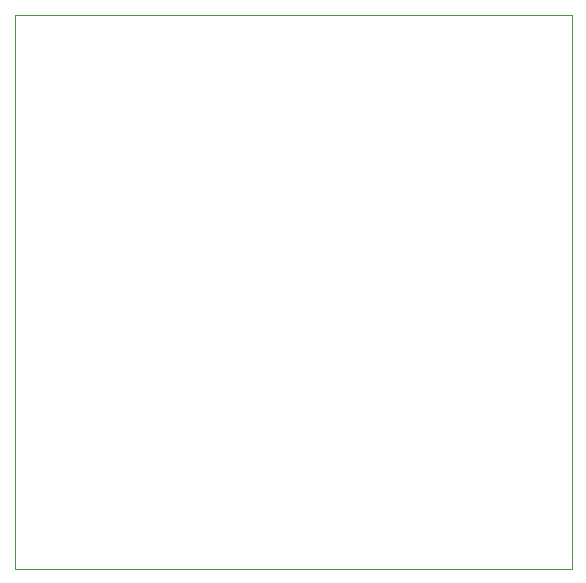
<source format=gbr>
%TF.GenerationSoftware,KiCad,Pcbnew,(6.99.0-4380-g9b6f7d5db7)*%
%TF.CreationDate,2022-11-28T02:59:55+01:00*%
%TF.ProjectId,Vectorblade_PLCC32_THT_Kicad7,56656374-6f72-4626-9c61-64655f504c43,rev?*%
%TF.SameCoordinates,Original*%
%TF.FileFunction,Profile,NP*%
%FSLAX46Y46*%
G04 Gerber Fmt 4.6, Leading zero omitted, Abs format (unit mm)*
G04 Created by KiCad (PCBNEW (6.99.0-4380-g9b6f7d5db7)) date 2022-11-28 02:59:55*
%MOMM*%
%LPD*%
G01*
G04 APERTURE LIST*
%TA.AperFunction,Profile*%
%ADD10C,0.100000*%
%TD*%
G04 APERTURE END LIST*
D10*
X181098000Y-72725600D02*
X133898000Y-72725600D01*
X181098000Y-119625600D02*
X181098000Y-72725600D01*
X133898000Y-119625600D02*
X181098000Y-119625600D01*
X133898000Y-72725600D02*
X133898000Y-119625600D01*
M02*

</source>
